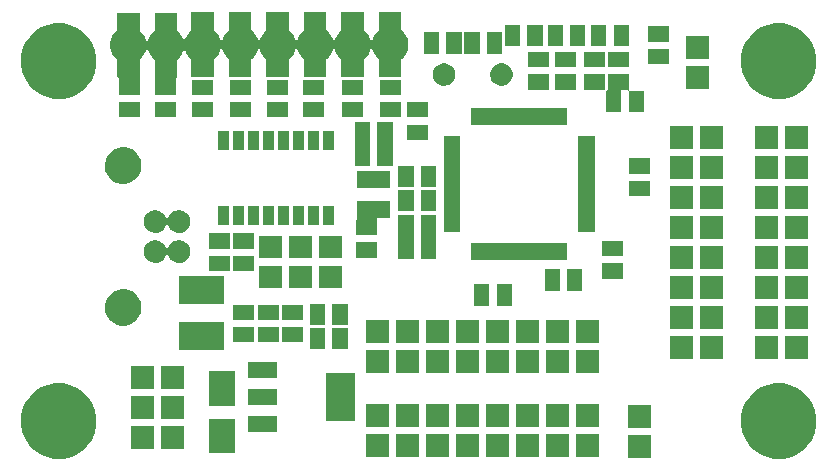
<source format=gbr>
G04 #@! TF.FileFunction,Soldermask,Bot*
%FSLAX46Y46*%
G04 Gerber Fmt 4.6, Leading zero omitted, Abs format (unit mm)*
G04 Created by KiCad (PCBNEW no-vcs-found-undefined) date Sun Nov 13 20:57:18 2016*
%MOMM*%
%LPD*%
G01*
G04 APERTURE LIST*
%ADD10C,0.150000*%
G04 APERTURE END LIST*
D10*
G36*
X5416110Y8277872D02*
X6030848Y8151685D01*
X6609363Y7908500D01*
X7129631Y7557574D01*
X7571824Y7112283D01*
X7919105Y6589582D01*
X8158249Y6009378D01*
X8280004Y5394466D01*
X8280004Y5394449D01*
X8280137Y5393776D01*
X8270128Y4676993D01*
X8269977Y4676330D01*
X8269977Y4676306D01*
X8131099Y4065032D01*
X7875851Y3491739D01*
X7514107Y2978933D01*
X7059653Y2546162D01*
X6529787Y2209900D01*
X5944712Y1982964D01*
X5326688Y1873989D01*
X4699273Y1887132D01*
X4086359Y2021890D01*
X3511293Y2273129D01*
X2995980Y2631282D01*
X2560044Y3082706D01*
X2220093Y3610208D01*
X1989075Y4193693D01*
X1875790Y4810936D01*
X1884551Y5438424D01*
X2015027Y6052266D01*
X2262248Y6629075D01*
X2616795Y7146877D01*
X3065163Y7585952D01*
X3590276Y7929576D01*
X4172132Y8164661D01*
X4788571Y8282254D01*
X5416110Y8277872D01*
X5416110Y8277872D01*
G37*
G36*
X66376110Y8277872D02*
X66990848Y8151685D01*
X67569363Y7908500D01*
X68089631Y7557574D01*
X68531824Y7112283D01*
X68879105Y6589582D01*
X69118249Y6009378D01*
X69240004Y5394466D01*
X69240004Y5394449D01*
X69240137Y5393776D01*
X69230128Y4676993D01*
X69229977Y4676330D01*
X69229977Y4676306D01*
X69091099Y4065032D01*
X68835851Y3491739D01*
X68474107Y2978933D01*
X68019653Y2546162D01*
X67489787Y2209900D01*
X66904712Y1982964D01*
X66286688Y1873989D01*
X65659273Y1887132D01*
X65046359Y2021890D01*
X64471293Y2273129D01*
X63955980Y2631282D01*
X63520044Y3082706D01*
X63180093Y3610208D01*
X62949075Y4193693D01*
X62835790Y4810936D01*
X62844551Y5438424D01*
X62975027Y6052266D01*
X63222248Y6629075D01*
X63576795Y7146877D01*
X64025163Y7585952D01*
X64550276Y7929576D01*
X65132132Y8164661D01*
X65748571Y8282254D01*
X66376110Y8277872D01*
X66376110Y8277872D01*
G37*
G36*
X55191000Y1959000D02*
X53267000Y1959000D01*
X53267000Y3883000D01*
X55191000Y3883000D01*
X55191000Y1959000D01*
X55191000Y1959000D01*
G37*
G36*
X45729500Y2022500D02*
X43805500Y2022500D01*
X43805500Y3946500D01*
X45729500Y3946500D01*
X45729500Y2022500D01*
X45729500Y2022500D01*
G37*
G36*
X38109500Y2022500D02*
X36185500Y2022500D01*
X36185500Y3946500D01*
X38109500Y3946500D01*
X38109500Y2022500D01*
X38109500Y2022500D01*
G37*
G36*
X35569500Y2022500D02*
X33645500Y2022500D01*
X33645500Y3946500D01*
X35569500Y3946500D01*
X35569500Y2022500D01*
X35569500Y2022500D01*
G37*
G36*
X33029500Y2022500D02*
X31105500Y2022500D01*
X31105500Y3946500D01*
X33029500Y3946500D01*
X33029500Y2022500D01*
X33029500Y2022500D01*
G37*
G36*
X40649500Y2022500D02*
X38725500Y2022500D01*
X38725500Y3946500D01*
X40649500Y3946500D01*
X40649500Y2022500D01*
X40649500Y2022500D01*
G37*
G36*
X43189500Y2022500D02*
X41265500Y2022500D01*
X41265500Y3946500D01*
X43189500Y3946500D01*
X43189500Y2022500D01*
X43189500Y2022500D01*
G37*
G36*
X48269500Y2022500D02*
X46345500Y2022500D01*
X46345500Y3946500D01*
X48269500Y3946500D01*
X48269500Y2022500D01*
X48269500Y2022500D01*
G37*
G36*
X50809500Y2022500D02*
X48885500Y2022500D01*
X48885500Y3946500D01*
X50809500Y3946500D01*
X50809500Y2022500D01*
X50809500Y2022500D01*
G37*
G36*
X20023430Y2393340D02*
X17822570Y2393340D01*
X17822570Y5292700D01*
X20023430Y5292700D01*
X20023430Y2393340D01*
X20023430Y2393340D01*
G37*
G36*
X15694000Y2721000D02*
X13770000Y2721000D01*
X13770000Y4645000D01*
X15694000Y4645000D01*
X15694000Y2721000D01*
X15694000Y2721000D01*
G37*
G36*
X13154000Y2721000D02*
X11230000Y2721000D01*
X11230000Y4645000D01*
X13154000Y4645000D01*
X13154000Y2721000D01*
X13154000Y2721000D01*
G37*
G36*
X23568000Y4118000D02*
X21136000Y4118000D01*
X21136000Y5534000D01*
X23568000Y5534000D01*
X23568000Y4118000D01*
X23568000Y4118000D01*
G37*
G36*
X55191000Y4499000D02*
X53267000Y4499000D01*
X53267000Y6423000D01*
X55191000Y6423000D01*
X55191000Y4499000D01*
X55191000Y4499000D01*
G37*
G36*
X45729500Y4562500D02*
X43805500Y4562500D01*
X43805500Y6486500D01*
X45729500Y6486500D01*
X45729500Y4562500D01*
X45729500Y4562500D01*
G37*
G36*
X48269500Y4562500D02*
X46345500Y4562500D01*
X46345500Y6486500D01*
X48269500Y6486500D01*
X48269500Y4562500D01*
X48269500Y4562500D01*
G37*
G36*
X43189500Y4562500D02*
X41265500Y4562500D01*
X41265500Y6486500D01*
X43189500Y6486500D01*
X43189500Y4562500D01*
X43189500Y4562500D01*
G37*
G36*
X50809500Y4562500D02*
X48885500Y4562500D01*
X48885500Y6486500D01*
X50809500Y6486500D01*
X50809500Y4562500D01*
X50809500Y4562500D01*
G37*
G36*
X35569500Y4562500D02*
X33645500Y4562500D01*
X33645500Y6486500D01*
X35569500Y6486500D01*
X35569500Y4562500D01*
X35569500Y4562500D01*
G37*
G36*
X40649500Y4562500D02*
X38725500Y4562500D01*
X38725500Y6486500D01*
X40649500Y6486500D01*
X40649500Y4562500D01*
X40649500Y4562500D01*
G37*
G36*
X38109500Y4562500D02*
X36185500Y4562500D01*
X36185500Y6486500D01*
X38109500Y6486500D01*
X38109500Y4562500D01*
X38109500Y4562500D01*
G37*
G36*
X33029500Y4562500D02*
X31105500Y4562500D01*
X31105500Y6486500D01*
X33029500Y6486500D01*
X33029500Y4562500D01*
X33029500Y4562500D01*
G37*
G36*
X30172000Y5083200D02*
X27740000Y5083200D01*
X27740000Y9140800D01*
X30172000Y9140800D01*
X30172000Y5083200D01*
X30172000Y5083200D01*
G37*
G36*
X15694000Y5261000D02*
X13770000Y5261000D01*
X13770000Y7185000D01*
X15694000Y7185000D01*
X15694000Y5261000D01*
X15694000Y5261000D01*
G37*
G36*
X13154000Y5261000D02*
X11230000Y5261000D01*
X11230000Y7185000D01*
X13154000Y7185000D01*
X13154000Y5261000D01*
X13154000Y5261000D01*
G37*
G36*
X20023430Y6391300D02*
X17822570Y6391300D01*
X17822570Y9290660D01*
X20023430Y9290660D01*
X20023430Y6391300D01*
X20023430Y6391300D01*
G37*
G36*
X23568000Y6404000D02*
X21136000Y6404000D01*
X21136000Y7820000D01*
X23568000Y7820000D01*
X23568000Y6404000D01*
X23568000Y6404000D01*
G37*
G36*
X15694000Y7801000D02*
X13770000Y7801000D01*
X13770000Y9725000D01*
X15694000Y9725000D01*
X15694000Y7801000D01*
X15694000Y7801000D01*
G37*
G36*
X13154000Y7801000D02*
X11230000Y7801000D01*
X11230000Y9725000D01*
X13154000Y9725000D01*
X13154000Y7801000D01*
X13154000Y7801000D01*
G37*
G36*
X23568000Y8690000D02*
X21136000Y8690000D01*
X21136000Y10106000D01*
X23568000Y10106000D01*
X23568000Y8690000D01*
X23568000Y8690000D01*
G37*
G36*
X35569500Y9134500D02*
X33645500Y9134500D01*
X33645500Y11058500D01*
X35569500Y11058500D01*
X35569500Y9134500D01*
X35569500Y9134500D01*
G37*
G36*
X33029500Y9134500D02*
X31105500Y9134500D01*
X31105500Y11058500D01*
X33029500Y11058500D01*
X33029500Y9134500D01*
X33029500Y9134500D01*
G37*
G36*
X38109500Y9134500D02*
X36185500Y9134500D01*
X36185500Y11058500D01*
X38109500Y11058500D01*
X38109500Y9134500D01*
X38109500Y9134500D01*
G37*
G36*
X40649500Y9134500D02*
X38725500Y9134500D01*
X38725500Y11058500D01*
X40649500Y11058500D01*
X40649500Y9134500D01*
X40649500Y9134500D01*
G37*
G36*
X43189500Y9134500D02*
X41265500Y9134500D01*
X41265500Y11058500D01*
X43189500Y11058500D01*
X43189500Y9134500D01*
X43189500Y9134500D01*
G37*
G36*
X50809500Y9134500D02*
X48885500Y9134500D01*
X48885500Y11058500D01*
X50809500Y11058500D01*
X50809500Y9134500D01*
X50809500Y9134500D01*
G37*
G36*
X48269500Y9134500D02*
X46345500Y9134500D01*
X46345500Y11058500D01*
X48269500Y11058500D01*
X48269500Y9134500D01*
X48269500Y9134500D01*
G37*
G36*
X45729500Y9134500D02*
X43805500Y9134500D01*
X43805500Y11058500D01*
X45729500Y11058500D01*
X45729500Y9134500D01*
X45729500Y9134500D01*
G37*
G36*
X68526000Y10341000D02*
X66602000Y10341000D01*
X66602000Y12265000D01*
X68526000Y12265000D01*
X68526000Y10341000D01*
X68526000Y10341000D01*
G37*
G36*
X61287000Y10341000D02*
X59363000Y10341000D01*
X59363000Y12265000D01*
X61287000Y12265000D01*
X61287000Y10341000D01*
X61287000Y10341000D01*
G37*
G36*
X58747000Y10341000D02*
X56823000Y10341000D01*
X56823000Y12265000D01*
X58747000Y12265000D01*
X58747000Y10341000D01*
X58747000Y10341000D01*
G37*
G36*
X65986000Y10341000D02*
X64062000Y10341000D01*
X64062000Y12265000D01*
X65986000Y12265000D01*
X65986000Y10341000D01*
X65986000Y10341000D01*
G37*
G36*
X19045000Y11124000D02*
X15245000Y11124000D01*
X15245000Y13424000D01*
X19045000Y13424000D01*
X19045000Y11124000D01*
X19045000Y11124000D01*
G37*
G36*
X29537000Y11166500D02*
X28248000Y11166500D01*
X28248000Y12963500D01*
X29537000Y12963500D01*
X29537000Y11166500D01*
X29537000Y11166500D01*
G37*
G36*
X27632000Y11166500D02*
X26343000Y11166500D01*
X26343000Y12963500D01*
X27632000Y12963500D01*
X27632000Y11166500D01*
X27632000Y11166500D01*
G37*
G36*
X38109500Y11674500D02*
X36185500Y11674500D01*
X36185500Y13598500D01*
X38109500Y13598500D01*
X38109500Y11674500D01*
X38109500Y11674500D01*
G37*
G36*
X33029500Y11674500D02*
X31105500Y11674500D01*
X31105500Y13598500D01*
X33029500Y13598500D01*
X33029500Y11674500D01*
X33029500Y11674500D01*
G37*
G36*
X50809500Y11674500D02*
X48885500Y11674500D01*
X48885500Y13598500D01*
X50809500Y13598500D01*
X50809500Y11674500D01*
X50809500Y11674500D01*
G37*
G36*
X35569500Y11674500D02*
X33645500Y11674500D01*
X33645500Y13598500D01*
X35569500Y13598500D01*
X35569500Y11674500D01*
X35569500Y11674500D01*
G37*
G36*
X48269500Y11674500D02*
X46345500Y11674500D01*
X46345500Y13598500D01*
X48269500Y13598500D01*
X48269500Y11674500D01*
X48269500Y11674500D01*
G37*
G36*
X43189500Y11674500D02*
X41265500Y11674500D01*
X41265500Y13598500D01*
X43189500Y13598500D01*
X43189500Y11674500D01*
X43189500Y11674500D01*
G37*
G36*
X40649500Y11674500D02*
X38725500Y11674500D01*
X38725500Y13598500D01*
X40649500Y13598500D01*
X40649500Y11674500D01*
X40649500Y11674500D01*
G37*
G36*
X45729500Y11674500D02*
X43805500Y11674500D01*
X43805500Y13598500D01*
X45729500Y13598500D01*
X45729500Y11674500D01*
X45729500Y11674500D01*
G37*
G36*
X25790500Y11738000D02*
X23993500Y11738000D01*
X23993500Y13027000D01*
X25790500Y13027000D01*
X25790500Y11738000D01*
X25790500Y11738000D01*
G37*
G36*
X21599500Y11738000D02*
X19802500Y11738000D01*
X19802500Y13027000D01*
X21599500Y13027000D01*
X21599500Y11738000D01*
X21599500Y11738000D01*
G37*
G36*
X23758500Y11738000D02*
X21961500Y11738000D01*
X21961500Y13027000D01*
X23758500Y13027000D01*
X23758500Y11738000D01*
X23758500Y11738000D01*
G37*
G36*
X68526000Y12881000D02*
X66602000Y12881000D01*
X66602000Y14805000D01*
X68526000Y14805000D01*
X68526000Y12881000D01*
X68526000Y12881000D01*
G37*
G36*
X58747000Y12881000D02*
X56823000Y12881000D01*
X56823000Y14805000D01*
X58747000Y14805000D01*
X58747000Y12881000D01*
X58747000Y12881000D01*
G37*
G36*
X65986000Y12881000D02*
X64062000Y12881000D01*
X64062000Y14805000D01*
X65986000Y14805000D01*
X65986000Y12881000D01*
X65986000Y12881000D01*
G37*
G36*
X61287000Y12881000D02*
X59363000Y12881000D01*
X59363000Y14805000D01*
X61287000Y14805000D01*
X61287000Y12881000D01*
X61287000Y12881000D01*
G37*
G36*
X10703805Y16250501D02*
X11001572Y16189379D01*
X11281791Y16071586D01*
X11533799Y15901604D01*
X11747987Y15685916D01*
X11916202Y15432731D01*
X12032039Y15151691D01*
X12090944Y14854196D01*
X12090944Y14854179D01*
X12091077Y14853506D01*
X12086229Y14506312D01*
X12086077Y14505644D01*
X12086077Y14505625D01*
X12018889Y14209895D01*
X11895248Y13932193D01*
X11720032Y13683810D01*
X11499903Y13474183D01*
X11243244Y13311303D01*
X10959850Y13201381D01*
X10660490Y13148596D01*
X10356584Y13154962D01*
X10059701Y13220236D01*
X9781152Y13341931D01*
X9531545Y13515412D01*
X9320387Y13734073D01*
X9155721Y13989584D01*
X9043821Y14272212D01*
X8988948Y14571192D01*
X8993192Y14875132D01*
X9056392Y15172464D01*
X9176141Y15451861D01*
X9347876Y15702672D01*
X9565056Y15915351D01*
X9819408Y16081794D01*
X10101247Y16195665D01*
X10399838Y16252624D01*
X10703805Y16250501D01*
X10703805Y16250501D01*
G37*
G36*
X29537000Y13198500D02*
X28248000Y13198500D01*
X28248000Y14995500D01*
X29537000Y14995500D01*
X29537000Y13198500D01*
X29537000Y13198500D01*
G37*
G36*
X27632000Y13198500D02*
X26343000Y13198500D01*
X26343000Y14995500D01*
X27632000Y14995500D01*
X27632000Y13198500D01*
X27632000Y13198500D01*
G37*
G36*
X23758500Y13643000D02*
X21961500Y13643000D01*
X21961500Y14932000D01*
X23758500Y14932000D01*
X23758500Y13643000D01*
X23758500Y13643000D01*
G37*
G36*
X25790500Y13643000D02*
X23993500Y13643000D01*
X23993500Y14932000D01*
X25790500Y14932000D01*
X25790500Y13643000D01*
X25790500Y13643000D01*
G37*
G36*
X21599500Y13643000D02*
X19802500Y13643000D01*
X19802500Y14932000D01*
X21599500Y14932000D01*
X21599500Y13643000D01*
X21599500Y13643000D01*
G37*
G36*
X43443500Y14849500D02*
X42154500Y14849500D01*
X42154500Y16646500D01*
X43443500Y16646500D01*
X43443500Y14849500D01*
X43443500Y14849500D01*
G37*
G36*
X41538500Y14849500D02*
X40249500Y14849500D01*
X40249500Y16646500D01*
X41538500Y16646500D01*
X41538500Y14849500D01*
X41538500Y14849500D01*
G37*
G36*
X19045000Y15024000D02*
X15245000Y15024000D01*
X15245000Y17324000D01*
X19045000Y17324000D01*
X19045000Y15024000D01*
X19045000Y15024000D01*
G37*
G36*
X65986000Y15421000D02*
X64062000Y15421000D01*
X64062000Y17345000D01*
X65986000Y17345000D01*
X65986000Y15421000D01*
X65986000Y15421000D01*
G37*
G36*
X68526000Y15421000D02*
X66602000Y15421000D01*
X66602000Y17345000D01*
X68526000Y17345000D01*
X68526000Y15421000D01*
X68526000Y15421000D01*
G37*
G36*
X58747000Y15421000D02*
X56823000Y15421000D01*
X56823000Y17345000D01*
X58747000Y17345000D01*
X58747000Y15421000D01*
X58747000Y15421000D01*
G37*
G36*
X61287000Y15421000D02*
X59363000Y15421000D01*
X59363000Y17345000D01*
X61287000Y17345000D01*
X61287000Y15421000D01*
X61287000Y15421000D01*
G37*
G36*
X49412500Y16119500D02*
X48123500Y16119500D01*
X48123500Y17916500D01*
X49412500Y17916500D01*
X49412500Y16119500D01*
X49412500Y16119500D01*
G37*
G36*
X47507500Y16119500D02*
X46218500Y16119500D01*
X46218500Y17916500D01*
X47507500Y17916500D01*
X47507500Y16119500D01*
X47507500Y16119500D01*
G37*
G36*
X29029000Y16310000D02*
X27105000Y16310000D01*
X27105000Y18234000D01*
X29029000Y18234000D01*
X29029000Y16310000D01*
X29029000Y16310000D01*
G37*
G36*
X26489000Y16310000D02*
X24565000Y16310000D01*
X24565000Y18234000D01*
X26489000Y18234000D01*
X26489000Y16310000D01*
X26489000Y16310000D01*
G37*
G36*
X23949000Y16310000D02*
X22025000Y16310000D01*
X22025000Y18234000D01*
X23949000Y18234000D01*
X23949000Y16310000D01*
X23949000Y16310000D01*
G37*
G36*
X52841500Y17135500D02*
X51044500Y17135500D01*
X51044500Y18424500D01*
X52841500Y18424500D01*
X52841500Y17135500D01*
X52841500Y17135500D01*
G37*
G36*
X19567500Y17770500D02*
X17770500Y17770500D01*
X17770500Y19059500D01*
X19567500Y19059500D01*
X19567500Y17770500D01*
X19567500Y17770500D01*
G37*
G36*
X21599500Y17770500D02*
X19802500Y17770500D01*
X19802500Y19059500D01*
X21599500Y19059500D01*
X21599500Y17770500D01*
X21599500Y17770500D01*
G37*
G36*
X58747000Y17961000D02*
X56823000Y17961000D01*
X56823000Y19885000D01*
X58747000Y19885000D01*
X58747000Y17961000D01*
X58747000Y17961000D01*
G37*
G36*
X61287000Y17961000D02*
X59363000Y17961000D01*
X59363000Y19885000D01*
X61287000Y19885000D01*
X61287000Y17961000D01*
X61287000Y17961000D01*
G37*
G36*
X65986000Y17961000D02*
X64062000Y17961000D01*
X64062000Y19885000D01*
X65986000Y19885000D01*
X65986000Y17961000D01*
X65986000Y17961000D01*
G37*
G36*
X68526000Y17961000D02*
X66602000Y17961000D01*
X66602000Y19885000D01*
X68526000Y19885000D01*
X68526000Y17961000D01*
X68526000Y17961000D01*
G37*
G36*
X15341043Y20392363D02*
X15525852Y20354428D01*
X15699766Y20281321D01*
X15856174Y20175823D01*
X15989107Y20041958D01*
X16093508Y19884821D01*
X16165402Y19710395D01*
X16201909Y19526019D01*
X16201909Y19526002D01*
X16202042Y19525329D01*
X16199033Y19309846D01*
X16198881Y19309178D01*
X16198881Y19309159D01*
X16157241Y19125877D01*
X16080503Y18953521D01*
X15971758Y18799366D01*
X15835136Y18669264D01*
X15675841Y18568172D01*
X15499958Y18499951D01*
X15314160Y18467189D01*
X15125544Y18471141D01*
X14941285Y18511653D01*
X14768406Y18587182D01*
X14613490Y18694851D01*
X14482436Y18830561D01*
X14380237Y18989143D01*
X14334673Y19104225D01*
X14325704Y19121657D01*
X14313508Y19137004D01*
X14298551Y19149677D01*
X14281410Y19159188D01*
X14262742Y19165173D01*
X14243266Y19167401D01*
X14223729Y19165786D01*
X14204883Y19160391D01*
X14187451Y19151422D01*
X14172104Y19139226D01*
X14159431Y19124269D01*
X14150340Y19108087D01*
X14081523Y18953521D01*
X13972778Y18799366D01*
X13836156Y18669264D01*
X13676861Y18568172D01*
X13500978Y18499951D01*
X13315180Y18467189D01*
X13126564Y18471141D01*
X12942305Y18511653D01*
X12769426Y18587182D01*
X12614510Y18694851D01*
X12483456Y18830561D01*
X12381257Y18989143D01*
X12311807Y19164554D01*
X12277751Y19350113D01*
X12280384Y19538750D01*
X12319610Y19723293D01*
X12393928Y19896690D01*
X12500517Y20052358D01*
X12635305Y20184352D01*
X12793173Y20287658D01*
X12968089Y20358329D01*
X13153408Y20393681D01*
X13342063Y20392363D01*
X13526872Y20354428D01*
X13700786Y20281321D01*
X13857194Y20175823D01*
X13990127Y20041958D01*
X14094528Y19884821D01*
X14147656Y19755924D01*
X14156867Y19738619D01*
X14169277Y19723444D01*
X14184409Y19710981D01*
X14201681Y19701710D01*
X14220431Y19695987D01*
X14239936Y19694031D01*
X14259449Y19695919D01*
X14278218Y19701576D01*
X14295523Y19710787D01*
X14310698Y19723197D01*
X14323161Y19738329D01*
X14332024Y19754637D01*
X14392908Y19896690D01*
X14499497Y20052358D01*
X14634285Y20184352D01*
X14792153Y20287658D01*
X14967069Y20358329D01*
X15152388Y20393681D01*
X15341043Y20392363D01*
X15341043Y20392363D01*
G37*
G36*
X48144000Y18746000D02*
X39994000Y18746000D01*
X39994000Y20146000D01*
X48144000Y20146000D01*
X48144000Y18746000D01*
X48144000Y18746000D01*
G37*
G36*
X37030000Y18786500D02*
X35741000Y18786500D01*
X35741000Y22488500D01*
X37030000Y22488500D01*
X37030000Y18786500D01*
X37030000Y18786500D01*
G37*
G36*
X35125000Y18786500D02*
X33836000Y18786500D01*
X33836000Y22488500D01*
X35125000Y22488500D01*
X35125000Y18786500D01*
X35125000Y18786500D01*
G37*
G36*
X23949000Y18850000D02*
X22025000Y18850000D01*
X22025000Y20774000D01*
X23949000Y20774000D01*
X23949000Y18850000D01*
X23949000Y18850000D01*
G37*
G36*
X26489000Y18850000D02*
X24565000Y18850000D01*
X24565000Y20774000D01*
X26489000Y20774000D01*
X26489000Y18850000D01*
X26489000Y18850000D01*
G37*
G36*
X29029000Y18850000D02*
X27105000Y18850000D01*
X27105000Y20774000D01*
X29029000Y20774000D01*
X29029000Y18850000D01*
X29029000Y18850000D01*
G37*
G36*
X32013500Y18913500D02*
X30216500Y18913500D01*
X30216500Y20202500D01*
X32013500Y20202500D01*
X32013500Y18913500D01*
X32013500Y18913500D01*
G37*
G36*
X52841500Y19040500D02*
X51044500Y19040500D01*
X51044500Y20329500D01*
X52841500Y20329500D01*
X52841500Y19040500D01*
X52841500Y19040500D01*
G37*
G36*
X21599500Y19675500D02*
X19802500Y19675500D01*
X19802500Y20964500D01*
X21599500Y20964500D01*
X21599500Y19675500D01*
X21599500Y19675500D01*
G37*
G36*
X19567500Y19675500D02*
X17770500Y19675500D01*
X17770500Y20964500D01*
X19567500Y20964500D01*
X19567500Y19675500D01*
X19567500Y19675500D01*
G37*
G36*
X58747000Y20501000D02*
X56823000Y20501000D01*
X56823000Y22425000D01*
X58747000Y22425000D01*
X58747000Y20501000D01*
X58747000Y20501000D01*
G37*
G36*
X61287000Y20501000D02*
X59363000Y20501000D01*
X59363000Y22425000D01*
X61287000Y22425000D01*
X61287000Y20501000D01*
X61287000Y20501000D01*
G37*
G36*
X65986000Y20501000D02*
X64062000Y20501000D01*
X64062000Y22425000D01*
X65986000Y22425000D01*
X65986000Y20501000D01*
X65986000Y20501000D01*
G37*
G36*
X68526000Y20501000D02*
X66602000Y20501000D01*
X66602000Y22425000D01*
X68526000Y22425000D01*
X68526000Y20501000D01*
X68526000Y20501000D01*
G37*
G36*
X33153020Y22286620D02*
X32113500Y22286620D01*
X32093991Y22284699D01*
X32075232Y22279008D01*
X32057943Y22269767D01*
X32042789Y22257331D01*
X32030353Y22242177D01*
X32021112Y22224888D01*
X32015421Y22206129D01*
X32013500Y22186620D01*
X32013500Y20818500D01*
X30216500Y20818500D01*
X30216500Y22107500D01*
X30247500Y22107500D01*
X30267009Y22109421D01*
X30285768Y22115112D01*
X30303057Y22124353D01*
X30318211Y22136789D01*
X30330647Y22151943D01*
X30339888Y22169232D01*
X30345579Y22187991D01*
X30347500Y22207500D01*
X30347500Y23687380D01*
X33153020Y23687380D01*
X33153020Y22286620D01*
X33153020Y22286620D01*
G37*
G36*
X15341043Y22932363D02*
X15525852Y22894428D01*
X15699766Y22821321D01*
X15856174Y22715823D01*
X15989107Y22581958D01*
X16093508Y22424821D01*
X16165402Y22250395D01*
X16201909Y22066019D01*
X16201909Y22066002D01*
X16202042Y22065329D01*
X16199033Y21849846D01*
X16198881Y21849178D01*
X16198881Y21849159D01*
X16157241Y21665877D01*
X16080503Y21493521D01*
X15971758Y21339366D01*
X15835136Y21209264D01*
X15675841Y21108172D01*
X15499958Y21039951D01*
X15314160Y21007189D01*
X15125544Y21011141D01*
X14941285Y21051653D01*
X14768406Y21127182D01*
X14613490Y21234851D01*
X14482436Y21370561D01*
X14380237Y21529143D01*
X14334673Y21644225D01*
X14325704Y21661657D01*
X14313508Y21677004D01*
X14298551Y21689677D01*
X14281410Y21699188D01*
X14262742Y21705173D01*
X14243266Y21707401D01*
X14223729Y21705786D01*
X14204883Y21700391D01*
X14187451Y21691422D01*
X14172104Y21679226D01*
X14159431Y21664269D01*
X14150340Y21648087D01*
X14081523Y21493521D01*
X13972778Y21339366D01*
X13836156Y21209264D01*
X13676861Y21108172D01*
X13500978Y21039951D01*
X13315180Y21007189D01*
X13126564Y21011141D01*
X12942305Y21051653D01*
X12769426Y21127182D01*
X12614510Y21234851D01*
X12483456Y21370561D01*
X12381257Y21529143D01*
X12311807Y21704554D01*
X12277751Y21890113D01*
X12280384Y22078750D01*
X12319610Y22263293D01*
X12393928Y22436690D01*
X12500517Y22592358D01*
X12635305Y22724352D01*
X12793173Y22827658D01*
X12968089Y22898329D01*
X13153408Y22933681D01*
X13342063Y22932363D01*
X13526872Y22894428D01*
X13700786Y22821321D01*
X13857194Y22715823D01*
X13990127Y22581958D01*
X14094528Y22424821D01*
X14147656Y22295924D01*
X14156867Y22278619D01*
X14169277Y22263444D01*
X14184409Y22250981D01*
X14201681Y22241710D01*
X14220431Y22235987D01*
X14239936Y22234031D01*
X14259449Y22235919D01*
X14278218Y22241576D01*
X14295523Y22250787D01*
X14310698Y22263197D01*
X14323161Y22278329D01*
X14332024Y22294637D01*
X14392908Y22436690D01*
X14499497Y22592358D01*
X14634285Y22724352D01*
X14792153Y22827658D01*
X14967069Y22898329D01*
X15152388Y22933681D01*
X15341043Y22932363D01*
X15341043Y22932363D01*
G37*
G36*
X39069000Y21071000D02*
X37669000Y21071000D01*
X37669000Y29221000D01*
X39069000Y29221000D01*
X39069000Y21071000D01*
X39069000Y21071000D01*
G37*
G36*
X50469000Y21071000D02*
X49069000Y21071000D01*
X49069000Y29221000D01*
X50469000Y29221000D01*
X50469000Y21071000D01*
X50469000Y21071000D01*
G37*
G36*
X19504000Y21707500D02*
X18596000Y21707500D01*
X18596000Y23250500D01*
X19504000Y23250500D01*
X19504000Y21707500D01*
X19504000Y21707500D01*
G37*
G36*
X22044000Y21707500D02*
X21136000Y21707500D01*
X21136000Y23250500D01*
X22044000Y23250500D01*
X22044000Y21707500D01*
X22044000Y21707500D01*
G37*
G36*
X23314000Y21707500D02*
X22406000Y21707500D01*
X22406000Y23250500D01*
X23314000Y23250500D01*
X23314000Y21707500D01*
X23314000Y21707500D01*
G37*
G36*
X24584000Y21707500D02*
X23676000Y21707500D01*
X23676000Y23250500D01*
X24584000Y23250500D01*
X24584000Y21707500D01*
X24584000Y21707500D01*
G37*
G36*
X27124000Y21707500D02*
X26216000Y21707500D01*
X26216000Y23250500D01*
X27124000Y23250500D01*
X27124000Y21707500D01*
X27124000Y21707500D01*
G37*
G36*
X25854000Y21707500D02*
X24946000Y21707500D01*
X24946000Y23250500D01*
X25854000Y23250500D01*
X25854000Y21707500D01*
X25854000Y21707500D01*
G37*
G36*
X20774000Y21707500D02*
X19866000Y21707500D01*
X19866000Y23250500D01*
X20774000Y23250500D01*
X20774000Y21707500D01*
X20774000Y21707500D01*
G37*
G36*
X28394000Y21707500D02*
X27486000Y21707500D01*
X27486000Y23250500D01*
X28394000Y23250500D01*
X28394000Y21707500D01*
X28394000Y21707500D01*
G37*
G36*
X37030000Y22850500D02*
X35741000Y22850500D01*
X35741000Y24647500D01*
X37030000Y24647500D01*
X37030000Y22850500D01*
X37030000Y22850500D01*
G37*
G36*
X35125000Y22850500D02*
X33836000Y22850500D01*
X33836000Y24647500D01*
X35125000Y24647500D01*
X35125000Y22850500D01*
X35125000Y22850500D01*
G37*
G36*
X61287000Y23041000D02*
X59363000Y23041000D01*
X59363000Y24965000D01*
X61287000Y24965000D01*
X61287000Y23041000D01*
X61287000Y23041000D01*
G37*
G36*
X65986000Y23041000D02*
X64062000Y23041000D01*
X64062000Y24965000D01*
X65986000Y24965000D01*
X65986000Y23041000D01*
X65986000Y23041000D01*
G37*
G36*
X58747000Y23041000D02*
X56823000Y23041000D01*
X56823000Y24965000D01*
X58747000Y24965000D01*
X58747000Y23041000D01*
X58747000Y23041000D01*
G37*
G36*
X68526000Y23041000D02*
X66602000Y23041000D01*
X66602000Y24965000D01*
X68526000Y24965000D01*
X68526000Y23041000D01*
X68526000Y23041000D01*
G37*
G36*
X55127500Y24120500D02*
X53330500Y24120500D01*
X53330500Y25409500D01*
X55127500Y25409500D01*
X55127500Y24120500D01*
X55127500Y24120500D01*
G37*
G36*
X33152500Y24826620D02*
X30347500Y24826620D01*
X30347500Y26227380D01*
X33152500Y26227380D01*
X33152500Y24826620D01*
X33152500Y24826620D01*
G37*
G36*
X35125000Y24882500D02*
X33836000Y24882500D01*
X33836000Y26679500D01*
X35125000Y26679500D01*
X35125000Y24882500D01*
X35125000Y24882500D01*
G37*
G36*
X37030000Y24882500D02*
X35741000Y24882500D01*
X35741000Y26679500D01*
X37030000Y26679500D01*
X37030000Y24882500D01*
X37030000Y24882500D01*
G37*
G36*
X10703805Y28249461D02*
X11001572Y28188339D01*
X11281791Y28070546D01*
X11533799Y27900564D01*
X11747987Y27684876D01*
X11916202Y27431691D01*
X12032039Y27150651D01*
X12090944Y26853156D01*
X12090944Y26853139D01*
X12091077Y26852466D01*
X12086229Y26505272D01*
X12086077Y26504604D01*
X12086077Y26504585D01*
X12018889Y26208855D01*
X11895248Y25931153D01*
X11720032Y25682770D01*
X11499903Y25473143D01*
X11243244Y25310263D01*
X10959850Y25200341D01*
X10660490Y25147556D01*
X10356584Y25153922D01*
X10059701Y25219196D01*
X9781152Y25340891D01*
X9531545Y25514372D01*
X9320387Y25733033D01*
X9155721Y25988544D01*
X9043821Y26271172D01*
X8988948Y26570152D01*
X8993192Y26874092D01*
X9056392Y27171424D01*
X9176141Y27450821D01*
X9347876Y27701632D01*
X9565056Y27914311D01*
X9819408Y28080754D01*
X10101247Y28194625D01*
X10399838Y28251584D01*
X10703805Y28249461D01*
X10703805Y28249461D01*
G37*
G36*
X65986000Y25581000D02*
X64062000Y25581000D01*
X64062000Y27505000D01*
X65986000Y27505000D01*
X65986000Y25581000D01*
X65986000Y25581000D01*
G37*
G36*
X68526000Y25581000D02*
X66602000Y25581000D01*
X66602000Y27505000D01*
X68526000Y27505000D01*
X68526000Y25581000D01*
X68526000Y25581000D01*
G37*
G36*
X58747000Y25581000D02*
X56823000Y25581000D01*
X56823000Y27505000D01*
X58747000Y27505000D01*
X58747000Y25581000D01*
X58747000Y25581000D01*
G37*
G36*
X61287000Y25581000D02*
X59363000Y25581000D01*
X59363000Y27505000D01*
X61287000Y27505000D01*
X61287000Y25581000D01*
X61287000Y25581000D01*
G37*
G36*
X55127500Y26025500D02*
X53330500Y26025500D01*
X53330500Y27314500D01*
X55127500Y27314500D01*
X55127500Y26025500D01*
X55127500Y26025500D01*
G37*
G36*
X33347000Y26660500D02*
X32058000Y26660500D01*
X32058000Y30362500D01*
X33347000Y30362500D01*
X33347000Y26660500D01*
X33347000Y26660500D01*
G37*
G36*
X31442000Y26660500D02*
X30153000Y26660500D01*
X30153000Y30362500D01*
X31442000Y30362500D01*
X31442000Y26660500D01*
X31442000Y26660500D01*
G37*
G36*
X28394000Y28057500D02*
X27486000Y28057500D01*
X27486000Y29600500D01*
X28394000Y29600500D01*
X28394000Y28057500D01*
X28394000Y28057500D01*
G37*
G36*
X25854000Y28057500D02*
X24946000Y28057500D01*
X24946000Y29600500D01*
X25854000Y29600500D01*
X25854000Y28057500D01*
X25854000Y28057500D01*
G37*
G36*
X24584000Y28057500D02*
X23676000Y28057500D01*
X23676000Y29600500D01*
X24584000Y29600500D01*
X24584000Y28057500D01*
X24584000Y28057500D01*
G37*
G36*
X23314000Y28057500D02*
X22406000Y28057500D01*
X22406000Y29600500D01*
X23314000Y29600500D01*
X23314000Y28057500D01*
X23314000Y28057500D01*
G37*
G36*
X22044000Y28057500D02*
X21136000Y28057500D01*
X21136000Y29600500D01*
X22044000Y29600500D01*
X22044000Y28057500D01*
X22044000Y28057500D01*
G37*
G36*
X20774000Y28057500D02*
X19866000Y28057500D01*
X19866000Y29600500D01*
X20774000Y29600500D01*
X20774000Y28057500D01*
X20774000Y28057500D01*
G37*
G36*
X19504000Y28057500D02*
X18596000Y28057500D01*
X18596000Y29600500D01*
X19504000Y29600500D01*
X19504000Y28057500D01*
X19504000Y28057500D01*
G37*
G36*
X27124000Y28057500D02*
X26216000Y28057500D01*
X26216000Y29600500D01*
X27124000Y29600500D01*
X27124000Y28057500D01*
X27124000Y28057500D01*
G37*
G36*
X58747000Y28121000D02*
X56823000Y28121000D01*
X56823000Y30045000D01*
X58747000Y30045000D01*
X58747000Y28121000D01*
X58747000Y28121000D01*
G37*
G36*
X61287000Y28121000D02*
X59363000Y28121000D01*
X59363000Y30045000D01*
X61287000Y30045000D01*
X61287000Y28121000D01*
X61287000Y28121000D01*
G37*
G36*
X65986000Y28121000D02*
X64062000Y28121000D01*
X64062000Y30045000D01*
X65986000Y30045000D01*
X65986000Y28121000D01*
X65986000Y28121000D01*
G37*
G36*
X68526000Y28121000D02*
X66602000Y28121000D01*
X66602000Y30045000D01*
X68526000Y30045000D01*
X68526000Y28121000D01*
X68526000Y28121000D01*
G37*
G36*
X36331500Y28883000D02*
X34534500Y28883000D01*
X34534500Y30172000D01*
X36331500Y30172000D01*
X36331500Y28883000D01*
X36331500Y28883000D01*
G37*
G36*
X48144000Y30146000D02*
X39994000Y30146000D01*
X39994000Y31546000D01*
X48144000Y31546000D01*
X48144000Y30146000D01*
X48144000Y30146000D01*
G37*
G36*
X14995500Y30788000D02*
X13198500Y30788000D01*
X13198500Y32077000D01*
X14995500Y32077000D01*
X14995500Y30788000D01*
X14995500Y30788000D01*
G37*
G36*
X11947500Y30788000D02*
X10150500Y30788000D01*
X10150500Y32077000D01*
X11947500Y32077000D01*
X11947500Y30788000D01*
X11947500Y30788000D01*
G37*
G36*
X36331500Y30788000D02*
X34534500Y30788000D01*
X34534500Y32077000D01*
X36331500Y32077000D01*
X36331500Y30788000D01*
X36331500Y30788000D01*
G37*
G36*
X34045500Y30788000D02*
X32248500Y30788000D01*
X32248500Y32077000D01*
X34045500Y32077000D01*
X34045500Y30788000D01*
X34045500Y30788000D01*
G37*
G36*
X30870500Y30788000D02*
X29073500Y30788000D01*
X29073500Y32077000D01*
X30870500Y32077000D01*
X30870500Y30788000D01*
X30870500Y30788000D01*
G37*
G36*
X24520500Y30788000D02*
X22723500Y30788000D01*
X22723500Y32077000D01*
X24520500Y32077000D01*
X24520500Y30788000D01*
X24520500Y30788000D01*
G37*
G36*
X21345500Y30788000D02*
X19548500Y30788000D01*
X19548500Y32077000D01*
X21345500Y32077000D01*
X21345500Y30788000D01*
X21345500Y30788000D01*
G37*
G36*
X18170500Y30788000D02*
X16373500Y30788000D01*
X16373500Y32077000D01*
X18170500Y32077000D01*
X18170500Y30788000D01*
X18170500Y30788000D01*
G37*
G36*
X27568500Y30788000D02*
X25771500Y30788000D01*
X25771500Y32077000D01*
X27568500Y32077000D01*
X27568500Y30788000D01*
X27568500Y30788000D01*
G37*
G36*
X53349500Y33129500D02*
X53351421Y33109991D01*
X53357112Y33091232D01*
X53366353Y33073943D01*
X53378789Y33058789D01*
X53393943Y33046353D01*
X53411232Y33037112D01*
X53429991Y33031421D01*
X53449500Y33029500D01*
X54619500Y33029500D01*
X54619500Y31232500D01*
X53330500Y31232500D01*
X53330500Y33037500D01*
X53328579Y33057009D01*
X53322888Y33075768D01*
X53313647Y33093057D01*
X53301211Y33108211D01*
X53286057Y33120647D01*
X53268768Y33129888D01*
X53250009Y33135579D01*
X53230500Y33137500D01*
X52814500Y33137500D01*
X52794991Y33135579D01*
X52776232Y33129888D01*
X52758943Y33120647D01*
X52743789Y33108211D01*
X52731353Y33093057D01*
X52722112Y33075768D01*
X52716421Y33057009D01*
X52714500Y33037500D01*
X52714500Y31232500D01*
X51425500Y31232500D01*
X51425500Y33029500D01*
X51452500Y33029500D01*
X51472009Y33031421D01*
X51490768Y33037112D01*
X51508057Y33046353D01*
X51523211Y33058789D01*
X51535647Y33073943D01*
X51544888Y33091232D01*
X51550579Y33109991D01*
X51552500Y33129500D01*
X51552500Y34426500D01*
X53349500Y34426500D01*
X53349500Y33129500D01*
X53349500Y33129500D01*
G37*
G36*
X5416110Y38757872D02*
X6030848Y38631685D01*
X6609363Y38388500D01*
X7129631Y38037574D01*
X7571824Y37592283D01*
X7919105Y37069582D01*
X8158249Y36489378D01*
X8280004Y35874466D01*
X8280004Y35874449D01*
X8280137Y35873776D01*
X8270128Y35156993D01*
X8269977Y35156330D01*
X8269977Y35156306D01*
X8131099Y34545032D01*
X7875851Y33971739D01*
X7514107Y33458933D01*
X7059653Y33026162D01*
X6529787Y32689900D01*
X5944712Y32462964D01*
X5326688Y32353989D01*
X4699273Y32367132D01*
X4086359Y32501890D01*
X3511293Y32753129D01*
X2995980Y33111282D01*
X2560044Y33562706D01*
X2220093Y34090208D01*
X1989075Y34673693D01*
X1875790Y35290936D01*
X1884551Y35918424D01*
X2015027Y36532266D01*
X2262248Y37109075D01*
X2616795Y37626877D01*
X3065163Y38065952D01*
X3590276Y38409576D01*
X4172132Y38644661D01*
X4788571Y38762254D01*
X5416110Y38757872D01*
X5416110Y38757872D01*
G37*
G36*
X66376110Y38757872D02*
X66990848Y38631685D01*
X67569363Y38388500D01*
X68089631Y38037574D01*
X68531824Y37592283D01*
X68879105Y37069582D01*
X69118249Y36489378D01*
X69240004Y35874466D01*
X69240004Y35874449D01*
X69240137Y35873776D01*
X69230128Y35156993D01*
X69229977Y35156330D01*
X69229977Y35156306D01*
X69091099Y34545032D01*
X68835851Y33971739D01*
X68474107Y33458933D01*
X68019653Y33026162D01*
X67489787Y32689900D01*
X66904712Y32462964D01*
X66286688Y32353989D01*
X65659273Y32367132D01*
X65046359Y32501890D01*
X64471293Y32753129D01*
X63955980Y33111282D01*
X63520044Y33562706D01*
X63180093Y34090208D01*
X62949075Y34673693D01*
X62835790Y35290936D01*
X62844551Y35918424D01*
X62975027Y36532266D01*
X63222248Y37109075D01*
X63576795Y37626877D01*
X64025163Y38065952D01*
X64550276Y38409576D01*
X65132132Y38644661D01*
X65748571Y38762254D01*
X66376110Y38757872D01*
X66376110Y38757872D01*
G37*
G36*
X27568500Y32693000D02*
X25771500Y32693000D01*
X25771500Y33982000D01*
X27568500Y33982000D01*
X27568500Y32693000D01*
X27568500Y32693000D01*
G37*
G36*
X34045500Y32693000D02*
X32248500Y32693000D01*
X32248500Y33982000D01*
X34045500Y33982000D01*
X34045500Y32693000D01*
X34045500Y32693000D01*
G37*
G36*
X30870500Y32693000D02*
X29073500Y32693000D01*
X29073500Y33982000D01*
X30870500Y33982000D01*
X30870500Y32693000D01*
X30870500Y32693000D01*
G37*
G36*
X24520500Y32693000D02*
X22723500Y32693000D01*
X22723500Y33982000D01*
X24520500Y33982000D01*
X24520500Y32693000D01*
X24520500Y32693000D01*
G37*
G36*
X18222000Y38239112D02*
X18223921Y38219603D01*
X18229612Y38200844D01*
X18238853Y38183555D01*
X18251289Y38168401D01*
X18263740Y38158137D01*
X18478980Y37941389D01*
X18647193Y37688206D01*
X18764218Y37404283D01*
X18768101Y37391439D01*
X18777326Y37374142D01*
X18789749Y37358977D01*
X18804891Y37346527D01*
X18822172Y37337270D01*
X18840926Y37331562D01*
X18860433Y37329623D01*
X18879944Y37331527D01*
X18898708Y37337200D01*
X18916005Y37346425D01*
X18931170Y37358848D01*
X18943620Y37373990D01*
X18952877Y37391271D01*
X18958338Y37408830D01*
X18962401Y37427942D01*
X19082147Y37707332D01*
X19253884Y37958146D01*
X19466966Y38166812D01*
X19479561Y38181834D01*
X19488982Y38199025D01*
X19494869Y38217724D01*
X19497000Y38238259D01*
X19497000Y39682000D01*
X21397000Y39682000D01*
X21397000Y38239112D01*
X21398921Y38219603D01*
X21404612Y38200844D01*
X21413853Y38183555D01*
X21426289Y38168401D01*
X21438740Y38158137D01*
X21653980Y37941389D01*
X21822193Y37688206D01*
X21939218Y37404283D01*
X21943101Y37391439D01*
X21952326Y37374142D01*
X21964749Y37358977D01*
X21979891Y37346527D01*
X21997172Y37337270D01*
X22015926Y37331562D01*
X22035433Y37329623D01*
X22054944Y37331527D01*
X22073708Y37337200D01*
X22091005Y37346425D01*
X22106170Y37358848D01*
X22118620Y37373990D01*
X22127877Y37391271D01*
X22133338Y37408830D01*
X22137401Y37427942D01*
X22257147Y37707332D01*
X22428884Y37958146D01*
X22641966Y38166812D01*
X22654561Y38181834D01*
X22663982Y38199025D01*
X22669869Y38217724D01*
X22672000Y38238259D01*
X22672000Y39682000D01*
X24572000Y39682000D01*
X24572000Y38239112D01*
X24573921Y38219603D01*
X24579612Y38200844D01*
X24588853Y38183555D01*
X24601289Y38168401D01*
X24613740Y38158137D01*
X24828980Y37941389D01*
X24997193Y37688206D01*
X25114218Y37404283D01*
X25118101Y37391439D01*
X25127326Y37374142D01*
X25139749Y37358977D01*
X25154891Y37346527D01*
X25172172Y37337270D01*
X25190926Y37331562D01*
X25210433Y37329623D01*
X25229944Y37331527D01*
X25248708Y37337200D01*
X25266005Y37346425D01*
X25281170Y37358848D01*
X25293620Y37373990D01*
X25302877Y37391271D01*
X25308338Y37408830D01*
X25312401Y37427942D01*
X25432147Y37707332D01*
X25603884Y37958146D01*
X25816966Y38166812D01*
X25829561Y38181834D01*
X25838982Y38199025D01*
X25844869Y38217724D01*
X25847000Y38238259D01*
X25847000Y39682000D01*
X27747000Y39682000D01*
X27747000Y38239112D01*
X27748921Y38219603D01*
X27754612Y38200844D01*
X27763853Y38183555D01*
X27776289Y38168401D01*
X27788740Y38158137D01*
X28003980Y37941389D01*
X28172193Y37688206D01*
X28289218Y37404283D01*
X28293101Y37391439D01*
X28302326Y37374142D01*
X28314749Y37358977D01*
X28329891Y37346527D01*
X28347172Y37337270D01*
X28365926Y37331562D01*
X28385433Y37329623D01*
X28404944Y37331527D01*
X28423708Y37337200D01*
X28441005Y37346425D01*
X28456170Y37358848D01*
X28468620Y37373990D01*
X28477877Y37391271D01*
X28483338Y37408830D01*
X28487401Y37427942D01*
X28607147Y37707332D01*
X28778884Y37958146D01*
X28991966Y38166812D01*
X29004561Y38181834D01*
X29013982Y38199025D01*
X29019869Y38217724D01*
X29022000Y38238259D01*
X29022000Y39682000D01*
X30922000Y39682000D01*
X30922000Y38239112D01*
X30923921Y38219603D01*
X30929612Y38200844D01*
X30938853Y38183555D01*
X30951289Y38168401D01*
X30963740Y38158137D01*
X31178980Y37941389D01*
X31347193Y37688206D01*
X31464218Y37404283D01*
X31468101Y37391439D01*
X31477326Y37374142D01*
X31489749Y37358977D01*
X31504891Y37346527D01*
X31522172Y37337270D01*
X31540926Y37331562D01*
X31560433Y37329623D01*
X31579944Y37331527D01*
X31598708Y37337200D01*
X31616005Y37346425D01*
X31631170Y37358848D01*
X31643620Y37373990D01*
X31652877Y37391271D01*
X31658338Y37408830D01*
X31662401Y37427942D01*
X31782147Y37707332D01*
X31953884Y37958146D01*
X32166966Y38166812D01*
X32179561Y38181834D01*
X32188982Y38199025D01*
X32194869Y38217724D01*
X32197000Y38238259D01*
X32197000Y39682000D01*
X34097000Y39682000D01*
X34097000Y38239112D01*
X34098921Y38219603D01*
X34104612Y38200844D01*
X34113853Y38183555D01*
X34126289Y38168401D01*
X34138740Y38158137D01*
X34353980Y37941389D01*
X34522193Y37688206D01*
X34638030Y37407165D01*
X34696934Y37109678D01*
X34696934Y37109658D01*
X34697067Y37108985D01*
X34692219Y36761793D01*
X34692067Y36761125D01*
X34692067Y36761107D01*
X34624878Y36465375D01*
X34501241Y36187680D01*
X34326025Y35939296D01*
X34128038Y35750756D01*
X34115235Y35735911D01*
X34105575Y35718853D01*
X34099427Y35700239D01*
X34097000Y35678339D01*
X34097000Y34232000D01*
X32197000Y34232000D01*
X32197000Y35677304D01*
X32195079Y35696813D01*
X32189388Y35715572D01*
X32180147Y35732861D01*
X32167711Y35748015D01*
X32154071Y35759419D01*
X32137552Y35770900D01*
X31926395Y35989559D01*
X31761731Y36245068D01*
X31650700Y36525497D01*
X31641731Y36542928D01*
X31629534Y36558275D01*
X31614578Y36570948D01*
X31597437Y36580460D01*
X31578769Y36586444D01*
X31559292Y36588672D01*
X31539756Y36587057D01*
X31520909Y36581662D01*
X31503478Y36572693D01*
X31488131Y36560496D01*
X31475458Y36545540D01*
X31465946Y36528399D01*
X31460207Y36510838D01*
X31449879Y36465376D01*
X31326241Y36187680D01*
X31151025Y35939296D01*
X30953038Y35750756D01*
X30940235Y35735911D01*
X30930575Y35718853D01*
X30924427Y35700239D01*
X30922000Y35678339D01*
X30922000Y34232000D01*
X29022000Y34232000D01*
X29022000Y35677304D01*
X29020079Y35696813D01*
X29014388Y35715572D01*
X29005147Y35732861D01*
X28992711Y35748015D01*
X28979071Y35759419D01*
X28962552Y35770900D01*
X28751395Y35989559D01*
X28586731Y36245068D01*
X28475700Y36525497D01*
X28466731Y36542928D01*
X28454534Y36558275D01*
X28439578Y36570948D01*
X28422437Y36580460D01*
X28403769Y36586444D01*
X28384292Y36588672D01*
X28364756Y36587057D01*
X28345909Y36581662D01*
X28328478Y36572693D01*
X28313131Y36560496D01*
X28300458Y36545540D01*
X28290946Y36528399D01*
X28285207Y36510838D01*
X28274879Y36465376D01*
X28151241Y36187680D01*
X27976025Y35939296D01*
X27778038Y35750756D01*
X27765235Y35735911D01*
X27755575Y35718853D01*
X27749427Y35700239D01*
X27747000Y35678339D01*
X27747000Y34232000D01*
X25847000Y34232000D01*
X25847000Y35677304D01*
X25845079Y35696813D01*
X25839388Y35715572D01*
X25830147Y35732861D01*
X25817711Y35748015D01*
X25804071Y35759419D01*
X25787552Y35770900D01*
X25576395Y35989559D01*
X25411731Y36245068D01*
X25300700Y36525497D01*
X25291731Y36542928D01*
X25279534Y36558275D01*
X25264578Y36570948D01*
X25247437Y36580460D01*
X25228769Y36586444D01*
X25209292Y36588672D01*
X25189756Y36587057D01*
X25170909Y36581662D01*
X25153478Y36572693D01*
X25138131Y36560496D01*
X25125458Y36545540D01*
X25115946Y36528399D01*
X25110207Y36510838D01*
X25099879Y36465376D01*
X24976241Y36187680D01*
X24801025Y35939296D01*
X24603038Y35750756D01*
X24590235Y35735911D01*
X24580575Y35718853D01*
X24574427Y35700239D01*
X24572000Y35678339D01*
X24572000Y34232000D01*
X22672000Y34232000D01*
X22672000Y35677304D01*
X22670079Y35696813D01*
X22664388Y35715572D01*
X22655147Y35732861D01*
X22642711Y35748015D01*
X22629071Y35759419D01*
X22612552Y35770900D01*
X22401395Y35989559D01*
X22236731Y36245068D01*
X22125700Y36525497D01*
X22116731Y36542928D01*
X22104534Y36558275D01*
X22089578Y36570948D01*
X22072437Y36580460D01*
X22053769Y36586444D01*
X22034292Y36588672D01*
X22014756Y36587057D01*
X21995909Y36581662D01*
X21978478Y36572693D01*
X21963131Y36560496D01*
X21950458Y36545540D01*
X21940946Y36528399D01*
X21935207Y36510838D01*
X21924879Y36465376D01*
X21801241Y36187680D01*
X21626025Y35939296D01*
X21428038Y35750756D01*
X21415235Y35735911D01*
X21405575Y35718853D01*
X21399427Y35700239D01*
X21397000Y35678339D01*
X21397000Y34232000D01*
X19497000Y34232000D01*
X19497000Y35677304D01*
X19495079Y35696813D01*
X19489388Y35715572D01*
X19480147Y35732861D01*
X19467711Y35748015D01*
X19454071Y35759419D01*
X19437552Y35770900D01*
X19226395Y35989559D01*
X19061731Y36245068D01*
X18950700Y36525497D01*
X18941731Y36542928D01*
X18929534Y36558275D01*
X18914578Y36570948D01*
X18897437Y36580460D01*
X18878769Y36586444D01*
X18859292Y36588672D01*
X18839756Y36587057D01*
X18820909Y36581662D01*
X18803478Y36572693D01*
X18788131Y36560496D01*
X18775458Y36545540D01*
X18765946Y36528399D01*
X18760207Y36510838D01*
X18749879Y36465376D01*
X18626241Y36187680D01*
X18451025Y35939296D01*
X18253038Y35750756D01*
X18240235Y35735911D01*
X18230575Y35718853D01*
X18224427Y35700239D01*
X18222000Y35678339D01*
X18222000Y34232000D01*
X16322000Y34232000D01*
X16322000Y35677304D01*
X16320079Y35696813D01*
X16314388Y35715572D01*
X16305147Y35732861D01*
X16292711Y35748015D01*
X16279071Y35759419D01*
X16262552Y35770900D01*
X16051395Y35989559D01*
X15886731Y36245068D01*
X15824544Y36402132D01*
X15815575Y36419563D01*
X15803378Y36434911D01*
X15788422Y36447583D01*
X15771280Y36457095D01*
X15752613Y36463079D01*
X15733136Y36465307D01*
X15713600Y36463692D01*
X15694753Y36458297D01*
X15677322Y36449328D01*
X15661974Y36437131D01*
X15649302Y36422175D01*
X15640211Y36405992D01*
X15514741Y36124180D01*
X15339525Y35875796D01*
X15141538Y35687256D01*
X15128735Y35672411D01*
X15119075Y35655353D01*
X15112927Y35636739D01*
X15110500Y35614839D01*
X15110500Y34168500D01*
X15095500Y34168500D01*
X15075991Y34166579D01*
X15057232Y34160888D01*
X15039943Y34151647D01*
X15024789Y34139211D01*
X15012353Y34124057D01*
X15003112Y34106768D01*
X14997421Y34088009D01*
X14995500Y34068500D01*
X14995500Y32693000D01*
X13198500Y32693000D01*
X13198500Y34035522D01*
X13202888Y34043732D01*
X13208579Y34062491D01*
X13210500Y34082000D01*
X13210500Y35613804D01*
X13208579Y35633313D01*
X13202888Y35652072D01*
X13193647Y35669361D01*
X13181211Y35684515D01*
X13167571Y35695919D01*
X13151052Y35707400D01*
X12939895Y35926059D01*
X12775231Y36181568D01*
X12664200Y36461997D01*
X12655231Y36479428D01*
X12643034Y36494775D01*
X12628078Y36507448D01*
X12610937Y36516960D01*
X12592269Y36522944D01*
X12572792Y36525172D01*
X12553256Y36523557D01*
X12534409Y36518162D01*
X12516978Y36509193D01*
X12501631Y36496996D01*
X12488958Y36482040D01*
X12479446Y36464899D01*
X12473707Y36447338D01*
X12463379Y36401876D01*
X12339741Y36124180D01*
X12164525Y35875796D01*
X11966538Y35687256D01*
X11953735Y35672411D01*
X11944075Y35655353D01*
X11937927Y35636739D01*
X11935500Y35614839D01*
X11935500Y34082000D01*
X11937421Y34062491D01*
X11943112Y34043732D01*
X11947500Y34035522D01*
X11947500Y32693000D01*
X10150500Y32693000D01*
X10150500Y34068500D01*
X10148579Y34088009D01*
X10142888Y34106768D01*
X10133647Y34124057D01*
X10121211Y34139211D01*
X10106057Y34151647D01*
X10088768Y34160888D01*
X10070009Y34166579D01*
X10050500Y34168500D01*
X10035500Y34168500D01*
X10035500Y35613804D01*
X10033579Y35633313D01*
X10027888Y35652072D01*
X10018647Y35669361D01*
X10006211Y35684515D01*
X9992571Y35695919D01*
X9976052Y35707400D01*
X9764895Y35926059D01*
X9600231Y36181568D01*
X9488329Y36464197D01*
X9433458Y36763171D01*
X9437702Y37067111D01*
X9500902Y37364446D01*
X9620647Y37643832D01*
X9792384Y37894646D01*
X10005466Y38103312D01*
X10018061Y38118334D01*
X10027482Y38135525D01*
X10033369Y38154224D01*
X10035500Y38174759D01*
X10035500Y39618500D01*
X11935500Y39618500D01*
X11935500Y38175612D01*
X11937421Y38156103D01*
X11943112Y38137344D01*
X11952353Y38120055D01*
X11964789Y38104901D01*
X11977240Y38094637D01*
X12192480Y37877889D01*
X12360693Y37624706D01*
X12477718Y37340783D01*
X12481601Y37327939D01*
X12490826Y37310642D01*
X12503249Y37295477D01*
X12518391Y37283027D01*
X12535672Y37273770D01*
X12554426Y37268062D01*
X12573933Y37266123D01*
X12593444Y37268027D01*
X12612208Y37273700D01*
X12629505Y37282925D01*
X12644670Y37295348D01*
X12657120Y37310490D01*
X12666377Y37327771D01*
X12671838Y37345330D01*
X12675901Y37364442D01*
X12795647Y37643832D01*
X12967384Y37894646D01*
X13180466Y38103312D01*
X13193061Y38118334D01*
X13202482Y38135525D01*
X13208369Y38154224D01*
X13210500Y38174759D01*
X13210500Y39618500D01*
X15110500Y39618500D01*
X15110500Y38175612D01*
X15112421Y38156103D01*
X15118112Y38137344D01*
X15127353Y38120055D01*
X15139789Y38104901D01*
X15152240Y38094637D01*
X15367480Y37877889D01*
X15535693Y37624706D01*
X15609777Y37444965D01*
X15618988Y37427660D01*
X15631398Y37412485D01*
X15646530Y37400022D01*
X15663802Y37390751D01*
X15682552Y37385028D01*
X15702057Y37383072D01*
X15721570Y37384960D01*
X15740339Y37390617D01*
X15757644Y37399828D01*
X15772819Y37412238D01*
X15785282Y37427370D01*
X15794145Y37443678D01*
X15907147Y37707332D01*
X16078884Y37958146D01*
X16291966Y38166812D01*
X16304561Y38181834D01*
X16313982Y38199025D01*
X16319869Y38217724D01*
X16322000Y38238259D01*
X16322000Y39682000D01*
X18222000Y39682000D01*
X18222000Y38239112D01*
X18222000Y38239112D01*
G37*
G36*
X21345500Y32693000D02*
X19548500Y32693000D01*
X19548500Y33982000D01*
X21345500Y33982000D01*
X21345500Y32693000D01*
X21345500Y32693000D01*
G37*
G36*
X18170500Y32693000D02*
X16373500Y32693000D01*
X16373500Y33982000D01*
X18170500Y33982000D01*
X18170500Y32693000D01*
X18170500Y32693000D01*
G37*
G36*
X51317500Y33137500D02*
X49520500Y33137500D01*
X49520500Y34426500D01*
X51317500Y34426500D01*
X51317500Y33137500D01*
X51317500Y33137500D01*
G37*
G36*
X48904500Y33137500D02*
X47107500Y33137500D01*
X47107500Y34426500D01*
X48904500Y34426500D01*
X48904500Y33137500D01*
X48904500Y33137500D01*
G37*
G36*
X46618500Y33137500D02*
X44821500Y33137500D01*
X44821500Y34426500D01*
X46618500Y34426500D01*
X46618500Y33137500D01*
X46618500Y33137500D01*
G37*
G36*
X60144000Y33201000D02*
X58220000Y33201000D01*
X58220000Y35125000D01*
X60144000Y35125000D01*
X60144000Y33201000D01*
X60144000Y33201000D01*
G37*
G36*
X42672788Y35366940D02*
X42855393Y35329456D01*
X43027241Y35257219D01*
X43181792Y35152973D01*
X43313146Y35020699D01*
X43416306Y34865429D01*
X43487347Y34693071D01*
X43523418Y34510901D01*
X43523418Y34510876D01*
X43523550Y34510208D01*
X43520577Y34297286D01*
X43520426Y34296623D01*
X43520426Y34296599D01*
X43479281Y34115498D01*
X43403459Y33945199D01*
X43296003Y33792872D01*
X43161005Y33664314D01*
X43003602Y33564424D01*
X42829809Y33497014D01*
X42646219Y33464641D01*
X42459842Y33468546D01*
X42277775Y33508575D01*
X42106952Y33583206D01*
X41953872Y33689600D01*
X41824378Y33823695D01*
X41723393Y33980393D01*
X41654768Y34153720D01*
X41621116Y34337074D01*
X41623719Y34523470D01*
X41662478Y34705820D01*
X41735913Y34877157D01*
X41841235Y35030975D01*
X41974425Y35161403D01*
X42130410Y35263477D01*
X42303252Y35333311D01*
X42486369Y35368242D01*
X42672788Y35366940D01*
X42672788Y35366940D01*
G37*
G36*
X37790908Y35366940D02*
X37973513Y35329456D01*
X38145361Y35257219D01*
X38299912Y35152973D01*
X38431266Y35020699D01*
X38534426Y34865429D01*
X38605467Y34693071D01*
X38641538Y34510901D01*
X38641538Y34510876D01*
X38641670Y34510208D01*
X38638697Y34297286D01*
X38638546Y34296623D01*
X38638546Y34296599D01*
X38597401Y34115498D01*
X38521579Y33945199D01*
X38414123Y33792872D01*
X38279125Y33664314D01*
X38121722Y33564424D01*
X37947929Y33497014D01*
X37764339Y33464641D01*
X37577962Y33468546D01*
X37395895Y33508575D01*
X37225072Y33583206D01*
X37071992Y33689600D01*
X36942498Y33823695D01*
X36841513Y33980393D01*
X36772888Y34153720D01*
X36739236Y34337074D01*
X36741839Y34523470D01*
X36780598Y34705820D01*
X36854033Y34877157D01*
X36959355Y35030975D01*
X37092545Y35161403D01*
X37248530Y35263477D01*
X37421372Y35333311D01*
X37604489Y35368242D01*
X37790908Y35366940D01*
X37790908Y35366940D01*
G37*
G36*
X46618500Y35042500D02*
X44821500Y35042500D01*
X44821500Y36331500D01*
X46618500Y36331500D01*
X46618500Y35042500D01*
X46618500Y35042500D01*
G37*
G36*
X53349500Y35042500D02*
X51552500Y35042500D01*
X51552500Y36331500D01*
X53349500Y36331500D01*
X53349500Y35042500D01*
X53349500Y35042500D01*
G37*
G36*
X51317500Y35042500D02*
X49520500Y35042500D01*
X49520500Y36331500D01*
X51317500Y36331500D01*
X51317500Y35042500D01*
X51317500Y35042500D01*
G37*
G36*
X48904500Y35042500D02*
X47107500Y35042500D01*
X47107500Y36331500D01*
X48904500Y36331500D01*
X48904500Y35042500D01*
X48904500Y35042500D01*
G37*
G36*
X56778500Y35296500D02*
X54981500Y35296500D01*
X54981500Y36585500D01*
X56778500Y36585500D01*
X56778500Y35296500D01*
X56778500Y35296500D01*
G37*
G36*
X60144000Y35741000D02*
X58220000Y35741000D01*
X58220000Y37665000D01*
X60144000Y37665000D01*
X60144000Y35741000D01*
X60144000Y35741000D01*
G37*
G36*
X42618000Y36185500D02*
X41329000Y36185500D01*
X41329000Y37982500D01*
X42618000Y37982500D01*
X42618000Y36185500D01*
X42618000Y36185500D01*
G37*
G36*
X40713000Y36185500D02*
X39424000Y36185500D01*
X39424000Y37982500D01*
X40713000Y37982500D01*
X40713000Y36185500D01*
X40713000Y36185500D01*
G37*
G36*
X39189000Y36185500D02*
X37900000Y36185500D01*
X37900000Y37982500D01*
X39189000Y37982500D01*
X39189000Y36185500D01*
X39189000Y36185500D01*
G37*
G36*
X37284000Y36185500D02*
X35995000Y36185500D01*
X35995000Y37982500D01*
X37284000Y37982500D01*
X37284000Y36185500D01*
X37284000Y36185500D01*
G37*
G36*
X46047000Y36820500D02*
X44758000Y36820500D01*
X44758000Y38617500D01*
X46047000Y38617500D01*
X46047000Y36820500D01*
X46047000Y36820500D01*
G37*
G36*
X53349500Y36820500D02*
X52060500Y36820500D01*
X52060500Y38617500D01*
X53349500Y38617500D01*
X53349500Y36820500D01*
X53349500Y36820500D01*
G37*
G36*
X51444500Y36820500D02*
X50155500Y36820500D01*
X50155500Y38617500D01*
X51444500Y38617500D01*
X51444500Y36820500D01*
X51444500Y36820500D01*
G37*
G36*
X47761500Y36820500D02*
X46472500Y36820500D01*
X46472500Y38617500D01*
X47761500Y38617500D01*
X47761500Y36820500D01*
X47761500Y36820500D01*
G37*
G36*
X49666500Y36820500D02*
X48377500Y36820500D01*
X48377500Y38617500D01*
X49666500Y38617500D01*
X49666500Y36820500D01*
X49666500Y36820500D01*
G37*
G36*
X44142000Y36820500D02*
X42853000Y36820500D01*
X42853000Y38617500D01*
X44142000Y38617500D01*
X44142000Y36820500D01*
X44142000Y36820500D01*
G37*
G36*
X56778500Y37201500D02*
X54981500Y37201500D01*
X54981500Y38490500D01*
X56778500Y38490500D01*
X56778500Y37201500D01*
X56778500Y37201500D01*
G37*
M02*

</source>
